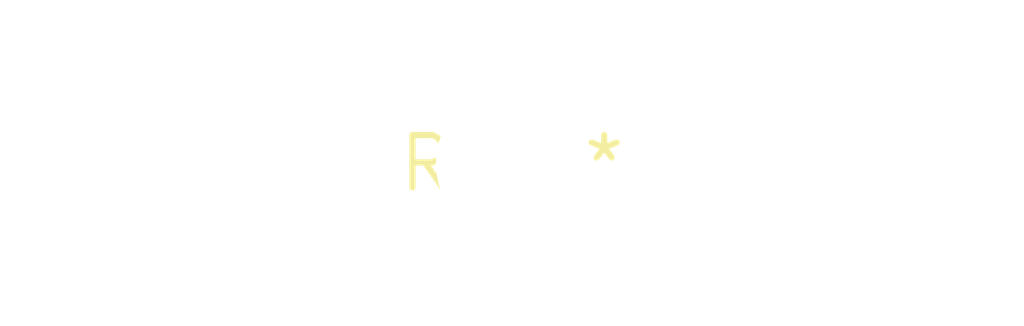
<source format=kicad_pcb>
(kicad_pcb (version 20240108) (generator pcbnew)
  (layers (0 "F.Cu" signal) (31 "B.Cu" signal) (34 "B.Paste" user) (35 "F.Paste" user) (36 "B.SilkS" user "B.Silkscreen") (37 "F.SilkS" user "F.Silkscreen") (38 "B.Mask" user) (39 "F.Mask" user) (44 "Edge.Cuts" user))
  (net 0 "")
  (footprint "MountingHole_3.7mm_Pad" (layer "F.Cu") (at 0 0)
    (property "Reference" "REF**")
    (property "Value" "MountingHole_3.7mm_Pad")
    (pad "1" thru_hole circle (at 0 0) (size 7.4 7.4) (drill 3.7) (layers *.Cu *.Mask) (remove_unused_layers))
  )
)
</source>
